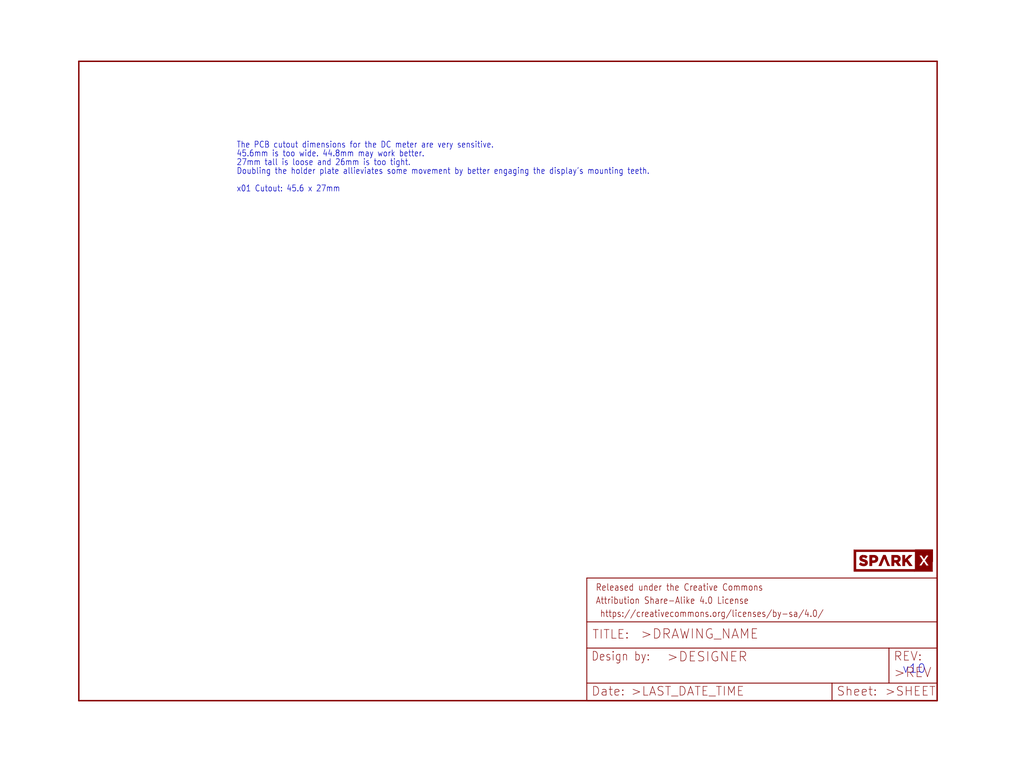
<source format=kicad_sch>
(kicad_sch (version 20211123) (generator eeschema)
  (paper "User" 297.002 223.926)
  (lib_symbols
    (symbol "eagleSchem-eagle-import:FRAME-LETTER"
      (symbol "FRAME-LETTER_1_0"
        (polyline (pts (xy 0 0) (xy 248.92 0)) (stroke (width 0.4064)))
        (polyline (pts (xy 0 185.42) (xy 0 0)) (stroke (width 0.4064)))
        (polyline (pts (xy 0 185.42) (xy 248.92 185.42)) (stroke (width 0.4064)))
        (polyline (pts (xy 248.92 185.42) (xy 248.92 0)) (stroke (width 0.4064)))
      )
      (symbol "FRAME-LETTER_2_0"
        (polyline (pts (xy 0 0) (xy 0 5.08)) (stroke (width 0.254)))
        (polyline (pts (xy 0 0) (xy 71.12 0)) (stroke (width 0.254)))
        (polyline (pts (xy 0 5.08) (xy 0 15.24)) (stroke (width 0.254)))
        (polyline (pts (xy 0 5.08) (xy 71.12 5.08)) (stroke (width 0.254)))
        (polyline (pts (xy 0 15.24) (xy 0 22.86)) (stroke (width 0.254)))
        (polyline (pts (xy 0 22.86) (xy 0 35.56)) (stroke (width 0.254)))
        (polyline (pts (xy 0 22.86) (xy 101.6 22.86)) (stroke (width 0.254)))
        (polyline (pts (xy 71.12 0) (xy 101.6 0)) (stroke (width 0.254)))
        (polyline (pts (xy 71.12 5.08) (xy 71.12 0)) (stroke (width 0.254)))
        (polyline (pts (xy 71.12 5.08) (xy 87.63 5.08)) (stroke (width 0.254)))
        (polyline (pts (xy 87.63 5.08) (xy 101.6 5.08)) (stroke (width 0.254)))
        (polyline (pts (xy 87.63 15.24) (xy 0 15.24)) (stroke (width 0.254)))
        (polyline (pts (xy 87.63 15.24) (xy 87.63 5.08)) (stroke (width 0.254)))
        (polyline (pts (xy 101.6 5.08) (xy 101.6 0)) (stroke (width 0.254)))
        (polyline (pts (xy 101.6 15.24) (xy 87.63 15.24)) (stroke (width 0.254)))
        (polyline (pts (xy 101.6 15.24) (xy 101.6 5.08)) (stroke (width 0.254)))
        (polyline (pts (xy 101.6 22.86) (xy 101.6 15.24)) (stroke (width 0.254)))
        (polyline (pts (xy 101.6 35.56) (xy 0 35.56)) (stroke (width 0.254)))
        (polyline (pts (xy 101.6 35.56) (xy 101.6 22.86)) (stroke (width 0.254)))
        (text " https://creativecommons.org/licenses/by-sa/4.0/" (at 2.54 24.13 0) (effects (font (size 1.9304 1.6408)) (justify left bottom)))
        (text ">DESIGNER" (at 23.114 11.176 0) (effects (font (size 2.7432 2.7432)) (justify left bottom)))
        (text ">DRAWING_NAME" (at 15.494 17.78 0) (effects (font (size 2.7432 2.7432)) (justify left bottom)))
        (text ">LAST_DATE_TIME" (at 12.7 1.27 0) (effects (font (size 2.54 2.54)) (justify left bottom)))
        (text ">REV" (at 88.9 6.604 0) (effects (font (size 2.7432 2.7432)) (justify left bottom)))
        (text ">SHEET" (at 86.36 1.27 0) (effects (font (size 2.54 2.54)) (justify left bottom)))
        (text "Attribution Share-Alike 4.0 License" (at 2.54 27.94 0) (effects (font (size 1.9304 1.6408)) (justify left bottom)))
        (text "Date:" (at 1.27 1.27 0) (effects (font (size 2.54 2.54)) (justify left bottom)))
        (text "Design by:" (at 1.27 11.43 0) (effects (font (size 2.54 2.159)) (justify left bottom)))
        (text "Released under the Creative Commons" (at 2.54 31.75 0) (effects (font (size 1.9304 1.6408)) (justify left bottom)))
        (text "REV:" (at 88.9 11.43 0) (effects (font (size 2.54 2.54)) (justify left bottom)))
        (text "Sheet:" (at 72.39 1.27 0) (effects (font (size 2.54 2.54)) (justify left bottom)))
        (text "TITLE:" (at 1.524 17.78 0) (effects (font (size 2.54 2.54)) (justify left bottom)))
      )
    )
    (symbol "eagleSchem-eagle-import:SPARKX-LOGO4"
      (symbol "SPARKX-LOGO4_1_0"
        (polyline (pts (xy -7.8625 0.7515) (xy -8.05 0.7515) (xy -7.9141 0.6766)) (fill (type outline)))
        (polyline (pts (xy -1.9397 0.7515) (xy -2.2814 1.5544) (xy -2.9032 1.5544) (xy -3.2451 0.7515)) (fill (type outline)))
        (polyline (pts (xy 3.3489 0.7515) (xy 3.3489 1.5316) (xy 2.6746 1.5316) (xy 2.6746 0.7515)) (fill (type outline)))
        (polyline (pts (xy 4.6578 0.7515) (xy 5.4063 1.5316) (xy 4.5925 1.5316) (xy 3.8684 0.7515)) (fill (type outline)))
        (polyline (pts (xy -1.9397 0.7515) (xy -3.2451 0.7515) (xy -4.2176 -1.5339) (xy -3.5295 -1.5339) (xy -2.6014 0.7429) (xy -1.6733 -1.5339) (xy -0.9669 -1.5339)) (fill (type outline)))
        (polyline (pts (xy 4.6578 0.7515) (xy 3.8684 0.7515) (xy 3.3489 0.192) (xy 3.3489 0.7515) (xy 2.6746 0.7515) (xy 2.6746 -1.5339) (xy 3.3489 -1.5339) (xy 3.3489 -0.5966) (xy 3.7033 -0.2286) (xy 4.6542 -1.5339) (xy 5.4635 -1.5339) (xy 4.1582 0.2308)) (fill (type outline)))
        (polyline (pts (xy 11.43 -0.3081) (xy 9.5125 -0.3081) (xy 10.3487 -1.5339) (xy 10.3441 -1.5339) (xy 9.5554 -1.5339) (xy 8.8673 -0.4823) (xy 8.1747 -1.5339) (xy 7.4089 -1.5339) (xy 8.2501 -0.3081) (xy 6.323 -0.3081) (xy 6.323 -2.5763) (xy 6.1173 -2.5763) (xy 6.1173 -3.1638) (xy 6.323 -3.1638) (xy 11.43 -3.1638)) (fill (type outline)))
        (polyline (pts (xy -4.4884 0.7515) (xy -4.5331 0.9052) (xy -4.6316 1.0868) (xy -4.7663 1.2412) (xy -4.9339 1.3652) (xy -5.1343 1.4584) (xy -5.3657 1.5161) (xy -5.6281 1.5361) (xy -6.8808 1.5361) (xy -6.8808 0.7515) (xy -6.2042 0.7515) (xy -6.2042 0.9235) (xy -5.6829 0.9235) (xy -5.4556 0.894) (xy -5.2829 0.8046) (xy -5.2428 0.7515)) (fill (type outline)))
        (polyline (pts (xy 2.0431 0.7515) (xy 1.9885 0.9438) (xy 1.8935 1.117) (xy 1.7602 1.2641) (xy 1.5925 1.3812) (xy 1.3947 1.4648) (xy 1.1663 1.5148) (xy 0.9075 1.5316) (xy -0.4937 1.5316) (xy -0.4937 0.7515) (xy 0.1805 0.7515) (xy 0.1805 0.9235) (xy 0.8503 0.9235) (xy 1.0734 0.8961) (xy 1.2412 0.8138) (xy 1.2887 0.7515)) (fill (type outline)))
        (polyline (pts (xy -11.43 3.1638) (xy -11.43 -3.1638) (xy 6.1173 -3.1638) (xy 6.1173 -2.5763) (xy -10.8424 -2.5763) (xy -10.8424 2.5763) (xy 6.323 2.5763) (xy 6.323 -0.3081) (xy 8.2501 -0.3081) (xy 8.4787 0.0251) (xy 7.4546 1.5316) (xy 8.2433 1.5316) (xy 8.8879 0.5372) (xy 9.5371 1.5316) (xy 10.303 1.5316) (xy 9.2788 0.0342) (xy 9.5125 -0.3081) (xy 11.43 -0.3081) (xy 11.43 3.1638) (xy 6.323 3.1638)) (fill (type outline)))
        (polyline (pts (xy -8.7028 1.5727) (xy -8.9291 1.556) (xy -9.1348 1.5064) (xy -9.3177 1.4264) (xy -9.4731 1.319) (xy -9.5984 1.1849) (xy -9.6926 1.0287) (xy -9.7513 0.8501) (xy -9.7607 0.7515) (xy -9.0934 0.7515) (xy -9.0784 0.8153) (xy -9.0045 0.9006) (xy -8.8811 0.9583) (xy -8.7096 0.9784) (xy -8.513 0.958) (xy -8.3164 0.8983) (xy -8.05 0.7515) (xy -7.8625 0.7515) (xy -7.5643 1.1841) (xy -7.8127 1.3505) (xy -8.0832 1.4721) (xy -8.3792 1.5473)) (fill (type outline)))
        (polyline (pts (xy 2.0431 0.7515) (xy 1.2887 0.7515) (xy 1.3462 0.6766) (xy 1.3807 0.4846) (xy 1.3807 0.4777) (xy 1.3479 0.3012) (xy 1.2481 0.1623) (xy 1.0853 0.0736) (xy 0.8641 0.0434) (xy 0.1805 0.0434) (xy 0.1805 0.7515) (xy -0.4937 0.7515) (xy -0.4937 -1.5339) (xy 0.1805 -1.5339) (xy 0.1805 -0.5532) (xy 0.7109 -0.5532) (xy 1.367 -1.5339) (xy 2.1556 -1.5339) (xy 1.4058 -0.4389) (xy 1.6718 -0.2981) (xy 1.8813 -0.096) (xy 2.0182 0.1724) (xy 2.0642 0.5097) (xy 2.0642 0.5189) (xy 2.0454 0.7442)) (fill (type outline)))
        (polyline (pts (xy -4.4884 0.7515) (xy -5.2428 0.7515) (xy -5.1729 0.6593) (xy -5.1366 0.4594) (xy -5.1366 0.4503) (xy -5.1711 0.2692) (xy -5.276 0.1188) (xy -5.4444 0.019) (xy -5.6692 -0.0137) (xy -6.2042 -0.0137) (xy -6.2042 0.7515) (xy -6.8808 0.7515) (xy -6.8808 -1.5293) (xy -6.2064 -1.5293) (xy -6.2064 -0.6103) (xy -5.6944 -0.6103) (xy -5.4444 -0.593) (xy -5.2097 -0.5417) (xy -4.9987 -0.4564) (xy -4.8166 -0.3383) (xy -4.6659 -0.1854) (xy -4.5514 0) (xy -4.4795 0.2179) (xy -4.4554 0.4686) (xy -4.4531 0.464) (xy -4.4531 0.4732) (xy -4.4734 0.6995)) (fill (type outline)))
        (polyline (pts (xy -9.0934 0.7515) (xy -9.7607 0.7515) (xy -9.7703 0.6492) (xy -9.7703 0.64) (xy -9.7518 0.4312) (xy -9.6972 0.2583) (xy -9.61 0.1173) (xy -9.4937 0.0022) (xy -9.1737 -0.1714) (xy -8.7508 -0.2994) (xy -8.4376 -0.3909) (xy -8.2478 -0.4777) (xy -8.1564 -0.5715) (xy -8.1313 -0.688) (xy -8.1313 -0.6972) (xy -8.1605 -0.8188) (xy -8.2478 -0.9098) (xy -8.3873 -0.9674) (xy -8.5747 -0.9875) (xy -8.8275 -0.9621) (xy -9.0594 -0.8869) (xy -9.2781 -0.7688) (xy -9.4914 -0.6149) (xy -9.8892 -1.0927) (xy -9.5984 -1.3103) (xy -9.2765 -1.463) (xy -8.9359 -1.5537) (xy -8.5885 -1.5841) (xy -8.3499 -1.5684) (xy -8.1335 -1.5201) (xy -7.9428 -1.4424) (xy -7.7792 -1.3373) (xy -7.6474 -1.2024) (xy -7.5483 -1.0401) (xy -7.4866 -0.8498) (xy -7.466 -0.6355) (xy -7.466 -0.6263) (xy -7.466 -0.6172) (xy -7.4818 -0.43) (xy -7.53 -0.272) (xy -7.6095 -0.1369) (xy -7.7198 -0.0205) (xy -8.0261 0.1623) (xy -8.4421 0.2994) (xy -8.769 0.3909) (xy -8.9725 0.4732) (xy -9.0754 0.5715) (xy -9.1028 0.7018) (xy -9.1028 0.7109)) (fill (type outline)))
      )
    )
  )
  (text "Doubling the holder plate allieviates some movement by better engaging the display's mounting teeth." (at 68.58 50.8 180) (effects (font (size 1.778 1.5113)) (justify left bottom)))
  (text "45.6mm is too wide. 44.8mm may work better." (at 68.58 45.72 180) (effects (font (size 1.778 1.5113)) (justify left bottom)))
  (text "x01 Cutout: 45.6 x 27mm" (at 68.58 55.88 180) (effects (font (size 1.778 1.5113)) (justify left bottom)))
  (text "The PCB cutout dimensions for the DC meter are very sensitive." (at 68.58 43.18 180) (effects (font (size 1.778 1.5113)) (justify left bottom)))
  (text "27mm tall is loose and 26mm is too tight." (at 68.58 48.26 180) (effects (font (size 1.778 1.5113)) (justify left bottom)))
  (text "v10" (at 261.62 195.58 180) (effects (font (size 2.54 2.54)) (justify left bottom)))
  (symbol (lib_id "eagleSchem-eagle-import:FRAME-LETTER") (at 170.18 203.2 0) (unit 2)
    (property "Reference" "FRAME1" (effects hide))
    (property "Value" "FRAME-LETTER" (effects hide))
    (property "Footprint" "eagleSchem:CREATIVE_COMMONS" (effects hide))
  )
  (symbol (lib_id "eagleSchem-eagle-import:FRAME-LETTER") (at 22.86 203.2 0) (unit 1)
    (property "Reference" "FRAME1" (effects hide))
    (property "Value" "FRAME-LETTER" (effects hide))
    (property "Footprint" "eagleSchem:CREATIVE_COMMONS" (effects hide))
  )
  (symbol (lib_id "eagleSchem-eagle-import:SPARKX-LOGO4") (at 259.08 162.56 0) (unit 1)
    (property "Reference" "U$1" (effects hide))
    (property "Value" "SPARKX-LOGO4" (effects hide))
    (property "Footprint" "eagleSchem:SPARKX-MEDIUM" (effects hide))
  )
)
</source>
